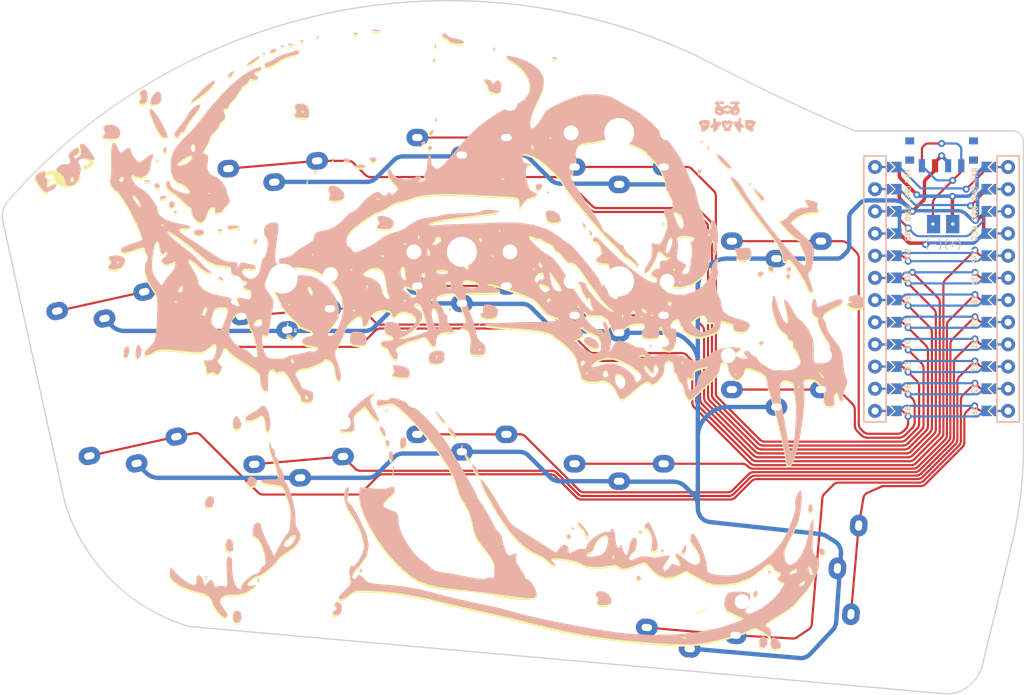
<source format=kicad_pcb>
(kicad_pcb (version 20211014) (generator pcbnew)
  (title_block (title "30") (date "2022-01-05") (rev "0.1") (company "<3"))
  (layers (0 "F.Cu" signal) (31 "B.Cu" signal) (34 "B.Paste" user) (35 "F.Paste" user) (36 "B.SilkS" user "B.Silkscreen") (37 "F.SilkS" user "F.Silkscreen") (38 "B.Mask" user) (39 "F.Mask" user) (44 "Edge.Cuts" user))
  (net 0 "")
  (net 1 "unconnected-(PSW1-Pad3)")
  (net 2 "switch1")
  (net 3 "switch2")
  (net 4 "switch3")
  (net 5 "switch4")
  (net 6 "switch5")
  (net 7 "switch6")
  (net 8 "switch7")
  (net 9 "switch8")
  (net 10 "switch9")
  (net 11 "switch10")
  (net 12 "switch11")
  (net 13 "switch12")
  (net 14 "switch13")
  (net 15 "switch14")
  (net 16 "switch15")
  (net 17 "unconnected-(U1-Pad22)")
  (net 18 "unconnected-(U1-Pad2)")
  (net 19 "unconnected-(U1-Pad1)")
  (net 20 "GND")
  (net 21 "VCC")
  (net 22 "Net-(BT1-Pad2)")
  (net 23 "raw")
  (net 24 "unconnected-(U1-Pad20)")
  (footprint "bugs:Choc_reversible" (layer "F.Cu") (at 37.044581 75.923728 12.5)
    (fp_text reference "SW1" hide)
    (fp_text value "SW_PUSH" hide)
  )
  (footprint "bugs:Choc_reversible" (layer "F.Cu") (at 57.23886 60.190585 5)
    (fp_text reference "SW2" hide)
    (fp_text value "SW_PUSH" hide)
  )
  (footprint "bugs:Choc_reversible" (layer "F.Cu") (at 79.23 57.058851)
    (fp_text reference "SW3" hide)
    (fp_text value "SW_PUSH" hide)
  )
  (footprint "bugs:Choc_reversible" (layer "F.Cu") (at 97.233086 60.427567)
    (fp_text reference "SW4" hide)
    (fp_text value "SW_PUSH" hide)
  )
  (footprint "bugs:Choc_reversible" (layer "F.Cu") (at 115.233089 68.92757)
    (fp_text reference "SW5" hide)
    (fp_text value "SW_PUSH" hide)
  )
  (footprint "bugs:Choc_reversible" (layer "F.Cu") (at 40.724057 92.520754 12.5)
    (fp_text reference "SW6" hide)
    (fp_text value "SW_PUSH" hide)
  )
  (footprint "bugs:Choc_reversible" (layer "F.Cu") (at 58.720502 77.125901 5)
    (fp_text reference "SW7" hide)
    (fp_text value "SW_PUSH" hide)
  )
  (footprint "bugs:Choc_reversible" (layer "F.Cu") (at 79.23 74.058851)
    (fp_text reference "SW8" hide)
    (fp_text value "SW_PUSH" hide)
  )
  (footprint "bugs:Choc_reversible" (layer "F.Cu") (at 97.233086 77.427564)
    (fp_text reference "SW9" hide)
    (fp_text value "SW_PUSH" hide)
  )
  (footprint "bugs:Choc_reversible" (layer "F.Cu") (at 115.233089 85.927569)
    (fp_text reference "SW10" hide)
    (fp_text value "SW_PUSH" hide)
  )
  (footprint "bugs:Choc_reversible" (layer "F.Cu") (at 60.20215 94.061209 5)
    (fp_text reference "SW11" hide)
    (fp_text value "SW_PUSH" hide)
  )
  (footprint "bugs:Choc_reversible" (layer "F.Cu") (at 79.23 91.058862)
    (fp_text reference "SW12" hide)
    (fp_text value "SW_PUSH" hide)
  )
  (footprint "bugs:Choc_reversible" (layer "F.Cu") (at 97.233086 94.427566)
    (fp_text reference "SW13" hide)
    (fp_text value "SW_PUSH" hide)
  )
  (footprint "bugs:Choc_reversible_15u" (layer "F.Cu") (at 105.823864 113.646178 -5)
    (fp_text reference "SW14" hide)
    (fp_text value "SW_PUSH" hide)
  )
  (footprint "bugs:Choc_reversible_15u" (layer "F.Cu") (at 128.09823 110.826597 -95)
    (fp_text reference "SW15" hide)
    (fp_text value "SW_PUSH" hide)
  )
  (footprint "bugs:Battery_pads_reversible" (layer "F.Cu") (at 134.323 70.866 180)
    (fp_text reference "BT1" hide)
    (fp_text value "Battery_Cell" hide)
  )
  (footprint "bugs:ProMicro_jumpers" (layer "F.Cu") (at 134.139009 78.304446)
    (fp_text reference "U1" hide)
    (fp_text value "ProMicro")
  )
  (footprint "LOGO" (layer "F.Cu") (at 80.650985 84.517057 -5)
    (fp_text reference "SKULL" hide)
    (fp_text value "LOGO" hide)
  )
  (footprint "bugs:Power_reversible" (layer "F.Cu") (at 134.147486 62.441256 180)
    (fp_text reference "PSW1" hide)
    (fp_text value "SW_SPDT")
  )
  (footprint "LOGO" (layer "B.Cu") (at 80.414636 84.247485 175)
    (fp_text reference "SKULLback" hide)
    (fp_text value "LOGO" hide)
  )
  (gr_arc (start 48.006 116.967) (mid 39.081428 111.63226) (end 33.766083 102.696123) (layer "Edge.Cuts") (width 0.15))
  (gr_line (start 33.766083 102.696123) (end 26.67 70.485) (layer "Edge.Cuts") (width 0.15))
  (gr_line (start 143.51 74.168) (end 143.51 97.409) (layer "Edge.Cuts") (width 0.15))
  (gr_line (start 134.874 124.714) (end 48.006 116.967) (layer "Edge.Cuts") (width 0.15))
  (gr_line (start 143.51 74.168) (end 143.51 61.468) (layer "Edge.Cuts") (width 0.15))
  (gr_arc (start 27.305 68.199) (mid 64.032337 46.692226) (end 106.299 51.689) (layer "Edge.Cuts") (width 0.15))
  (gr_arc (start 142.24 60.198) (mid 143.142513 60.565487) (end 143.51 61.468) (layer "Edge.Cuts") (width 0.15))
  (gr_line (start 138.811 121.412) (end 142.113 107.823) (layer "Edge.Cuts") (width 0.15))
  (gr_arc (start 138.811 121.412) (mid 137.371857 123.694157) (end 134.874 124.714) (layer "Edge.Cuts") (width 0.15))
  (gr_line (start 142.24 60.198) (end 124.206 60.198) (layer "Edge.Cuts") (width 0.15))
  (gr_arc (start 143.51 97.409) (mid 143.095211 102.654059) (end 142.113 107.823) (layer "Edge.Cuts") (width 0.15))
  (gr_arc (start 26.67 70.485) (mid 26.706783 69.264023) (end 27.305 68.199) (layer "Edge.Cuts") (width 0.15))
  (gr_arc (start 124.206 60.198) (mid 115.16741 56.12257) (end 106.299 51.689) (layer "Edge.Cuts") (width 0.15))
  (gr_text "<3\nファントマ" (at 109.474 58.674) (layer "B.SilkS") (effects (font (size 1.25 1.25) (thickness 0.3125)) (justify mirror)))
  (gr_text "<3\nファントマ" (at 109.727996 58.674002) (layer "B.SilkS") (effects (font (size 1.25 1.25) (thickness 0.3125))))
  (gr_text "  <3\nファントマ" (at 106.299 58.674001) (layer "F.SilkS") (effects (font (size 1.25 1.25) (thickness 0.3125)) (justify left)))
  (gr_text "  <3\nファントマ" (at 112.902996 58.674001) (layer "F.SilkS") (effects (font (size 1.25 1.25) (thickness 0.3125)) (justify left mirror)))
  (segment (start 131.897489 62.318221) (end 131.897489 64.191257) (width 0.25) (layer "F.Cu") (net 1))
  (segment (start 132.220901 61.787703) (end 132.043936 61.964667) (width 0.25) (layer "F.Cu") (net 1))
  (segment (start 134.147489 61.641258) (end 132.574454 61.641257) (width 0.25) (layer "F.Cu") (net 1))
  (via (at 134.147489 61.641258) (size 0.8) (drill 0.4) (layers "F.Cu" "B.Cu") (net 1))
  (arc (start 131.897489 62.318221) (mid 131.935549 62.126879) (end 132.043936 61.964667) (width 0.25) (layer "F.Cu") (net 1))
  (arc (start 132.574454 61.641257) (mid 132.383113 61.679317) (end 132.220901 61.787703) (width 0.25) (layer "F.Cu") (net 1))
  (segment (start 136.397488 62.30539) (end 136.397491 64.191258) (width 0.25) (layer "B.Cu") (net 1))
  (segment (start 136.086912 61.787707) (end 136.251043 61.95184) (width 0.25) (layer "B.Cu") (net 1))
  (segment (start 134.147489 61.641258) (end 135.733356 61.641258) (width 0.25) (layer "B.Cu") (net 1))
  (arc (start 136.397488 62.30539) (mid 136.359428 62.11405) (end 136.251043 61.95184) (width 0.25) (layer "B.Cu") (net 1))
  (arc (start 136.086912 61.787707) (mid 135.924699 61.679319) (end 135.733356 61.641258) (width 0.25) (layer "B.Cu") (net 1))
  (segment (start 134.151765 95.317575) (end 131.213094 98.256246) (width 0.25) (layer "F.Cu") (net 2))
  (segment (start 46.342869 78.62744) (end 42.867805 78.62744) (width 0.25) (layer "F.Cu") (net 2))
  (segment (start 67.131029 84.9376) (end 53.315771 84.9376) (width 0.25) (layer "F.Cu") (net 2))
  (segment (start 69.330906 83.069094) (end 67.696714 84.703286) (width 0.25) (layer "F.Cu") (net 2))
  (segment (start 105.374165 87.518683) (end 104.637636 86.782154) (width 0.25) (layer "F.Cu") (net 2))
  (segment (start 93.37329 86.313525) (end 90.128858 83.069093) (width 0.25) (layer "F.Cu") (net 2))
  (segment (start 42.867805 78.62744) (end 32.909586 80.835124) (width 0.25) (layer "F.Cu") (net 2))
  (segment (start 130.647409 98.49056) (end 112.787629 98.49056) (width 0.25) (layer "F.Cu") (net 2))
  (segment (start 52.750085 84.703285) (end 46.908554 78.861754) (width 0.25) (layer "F.Cu") (net 2))
  (segment (start 138.453559 74.347997) (end 137.965009 73.859446) (width 0.25) (layer "F.Cu") (net 2))
  (segment (start 89.563173 82.834779) (end 69.896592 82.834779) (width 0.25) (layer "F.Cu") (net 2))
  (segment (start 104.071951 86.54784) (end 93.938976 86.54784) (width 0.25) (layer "F.Cu") (net 2))
  (segment (start 138.965009 74.494444) (end 138.807113 74.494444) (width 0.25) (layer "F.Cu") (net 2))
  (segment (start 137.965009 73.859446) (end 134.587798 77.236657) (width 0.25) (layer "F.Cu") (net 2))
  (segment (start 112.221943 98.256245) (end 105.842794 91.877096) (width 0.25) (layer "F.Cu") (net 2))
  (segment (start 105.60848 91.311411) (end 105.60848 88.084369) (width 0.25) (layer "F.Cu") (net 2))
  (segment (start 134.353484 77.802342) (end 134.353484 94.984679) (width 0.25) (layer "F.Cu") (net 2))
  (via (at 137.965009 73.859446) (size 0.8) (drill 0.4) (layers "F.Cu" "B.Cu") (net 2))
  (arc (start 134.353484 94.984679) (mid 134.272262 95.163172) (end 134.151765 95.317575) (width 0.25) (layer "F.Cu") (net 2))
  (arc (start 105.842794 91.877096) (mid 105.669376 91.617557) (end 105.60848 91.311411) (width 0.25) (layer "F.Cu") (net 2))
  (arc (start 90.128858 83.069093) (mid 89.869319 82.895675) (end 89.563173 82.834779) (width 0.25) (layer "F.Cu") (net 2))
  (arc (start 46.908554 78.861754) (mid 46.649015 78.688336) (end 46.342869 78.62744) (width 0.25) (layer "F.Cu") (net 2))
  (arc (start 93.938976 86.54784) (mid 93.632829 86.486944) (end 93.37329 86.313525) (width 0.25) (layer "F.Cu") (net 2))
  (arc (start 67.696714 84.703286) (mid 67.437175 84.876704) (end 67.131029 84.9376) (width 0.25) (layer "F.Cu") (net 2))
  (arc (start 131.213094 98.256246) (mid 130.953555 98.429664) (end 130.647409 98.49056) (width 0.25) (layer "F.Cu") (net 2))
  (arc (start 104.637636 86.782154) (mid 104.378097 86.608736) (end 104.071951 86.54784) (width 0.25) (layer "F.Cu") (net 2))
  (arc (start 138.807113 74.494444) (mid 138.615771 74.456384) (end 138.453559 74.347997) (width 0.25) (layer "F.Cu") (net 2))
  (arc (start 105.60848 88.084369) (mid 105.547583 87.778222) (end 105.374165 87.518683) (width 0.25) (layer "F.Cu") (net 2))
  (arc (start 69.896592 82.834779) (mid 69.590445 82.895676) (end 69.330906 83.069094) (width 0.25) (layer "F.Cu") (net 2))
  (arc (start 134.587798 77.236657) (mid 134.41438 77.496196) (end 134.353484 77.802342) (width 0.25) (layer "F.Cu") (net 2))
  (arc (start 53.315771 84.9376) (mid 53.009624 84.876704) (end 52.750085 84.703285) (width 0.25) (layer "F.Cu") (net 2))
  (arc (start 112.787629 98.49056) (mid 112.481482 98.429664) (end 112.221943 98.256245) (width 0.25) (layer "F.Cu") (net 2))
  (segment (start 129.313009 74.494446) (end 129.484063 74.323392) (width 0.25) (layer "B.Cu") (net 2))
  (segment (start 137.793956 74.030499) (end 137.965009 73.859446) (width 0.25) (layer "B.Cu") (net 2))
  (segment (start 131.313009 74.176946) (end 137.440402 74.176946) (width 0.25) (layer "B.Cu") (net 2))
  (segment (start 129.837616 74.176946) (end 131.313009 74.176946) (width 0.25) (layer "B.Cu") (net 2))
  (arc (start 137.440402 74.176946) (mid 137.631744 74.138886) (end 137.793956 74.030499) (width 0.25) (layer "B.Cu") (net 2))
  (arc (start 129.837616 74.176946) (mid 129.646275 74.215006) (end 129.484063 74.323392) (width 0.25) (layer "B.Cu") (net 2))
  (segment (start 129.313008 82.114446) (end 129.470904 82.114446) (width 0.25) (layer "F.Cu") (net 3))
  (segment (start 129.824459 82.260893) (end 130.313007 82.749441) (width 0.25) (layer "F.Cu") (net 3))
  (segment (start 132.353685 94.572785) (end 130.468304 96.458166) (width 0.25) (layer "F.Cu") (net 3))
  (segment (start 68.193285 65.246885) (end 66.811964 63.865564) (width 0.25) (layer "F.Cu") (net 3))
  (segment (start 107.172245 70.673163) (end 106.220116 69.721034) (width 0.25) (layer "F.Cu") (net 3))
  (segment (start 107.40656 90.566623) (end 107.40656 71.238849) (width 0.25) (layer "F.Cu") (net 3))
  (segment (start 129.902619 96.69248) (end 113.532417 96.69248) (width 0.25) (layer "F.Cu") (net 3))
  (segment (start 66.246279 63.63125) (end 62.65936 63.63125) (width 0.25) (layer "F.Cu") (net 3))
  (segment (start 89.863311 65.4812) (end 68.758971 65.4812) (width 0.25) (layer "F.Cu") (net 3))
  (segment (start 112.966731 96.458165) (end 107.640874 91.132308) (width 0.25) (layer "F.Cu") (net 3))
  (segment (start 132.588 85.355805) (end 132.588 94.007099) (width 0.25) (layer "F.Cu") (net 3))
  (segment (start 93.965887 69.252405) (end 90.428996 65.715514) (width 0.25) (layer "F.Cu") (net 3))
  (segment (start 62.65936 63.63125) (end 52.498174 64.520239) (width 0.25) (layer "F.Cu") (net 3))
  (segment (start 105.654431 69.48672) (end 94.531573 69.48672) (width 0.25) (layer "F.Cu") (net 3))
  (segment (start 130.313007 82.749441) (end 132.353686 84.79012) (width 0.25) (layer "F.Cu") (net 3))
  (via (at 130.313007 82.749441) (size 0.8) (drill 0.4) (layers "F.Cu" "B.Cu") (net 3))
  (arc (start 68.758971 65.4812) (mid 68.452824 65.420303) (end 68.193285 65.246885) (width 0.25) (layer "F.Cu") (net 3))
  (arc (start 106.220116 69.721034) (mid 105.960577 69.547616) (end 105.654431 69.48672) (width 0.25) (layer "F.Cu") (net 3))
  (arc (start 132.353685 94.572785) (mid 132.527104 94.313246) (end 132.588 94.007099) (width 0.25) (layer "F.Cu") (net 3))
  (arc (start 94.531573 69.48672) (mid 94.225426 69.425823) (end 93.965887 69.252405) (width 0.25) (layer "F.Cu") (net 3))
  (arc (start 89.863311 65.4812) (mid 90.169457 65.542096) (end 90.428996 65.715514) (width 0.25) (layer "F.Cu") (net 3))
  (arc (start 66.246279 63.63125) (mid 66.552425 63.692146) (end 66.811964 63.865564) (width 0.25) (layer "F.Cu") (net 3))
  (arc (start 132.353686 84.79012) (mid 132.527104 85.049659) (end 132.588 85.355805) (width 0.25) (layer "F.Cu") (net 3))
  (arc (start 129.470904 82.114446) (mid 129.662247 82.152506) (end 129.824459 82.260893) (width 0.25) (layer "F.Cu") (net 3))
  (arc (start 130.468304 96.458166) (mid 130.208765 96.631584) (end 129.902619 96.69248) (width 0.25) (layer "F.Cu") (net 3))
  (arc (start 107.40656 90.566623) (mid 107.467456 90.872769) (end 107.640874 91.132308) (width 0.25) (layer "F.Cu") (net 3))
  (arc (start 113.532417 96.69248) (mid 113.22627 96.631583) (end 112.966731 96.458165) (width 0.25) (layer "F.Cu") (net 3))
  (arc (start 107.40656 71.238849) (mid 107.345663 70.932702) (end 107.172245 70.673163) (width 0.25) (layer "F.Cu") (net 3))
  (segment (start 138.476456 82.602997) (end 138.965008 82.114444) (width 0.25) (layer "B.Cu") (net 3))
  (segment (start 130.313007 82.749441) (end 138.122902 82.749444) (width 0.25) (layer "B.Cu") (net 3))
  (arc (start 138.476456 82.602997) (mid 138.314244 82.711384) (end 138.122902 82.749444) (width 0.25) (layer "B.Cu") (net 3))
  (segment (start 107.85608 90.380426) (end 107.85608 71.052651) (width 0.25) (layer "F.Cu") (net 4))
  (segment (start 94.152085 68.802885) (end 86.542365 61.193165) (width 0.25) (layer "F.Cu") (net 4))
  (segment (start 131.845685 94.445067) (end 130.282106 96.008646) (width 0.25) (layer "F.Cu") (net 4))
  (segment (start 129.716421 96.24296) (end 113.718614 96.24296) (width 0.25) (layer "F.Cu") (net 4))
  (segment (start 107.621765 70.486965) (end 106.406314 69.271514) (width 0.25) (layer "F.Cu") (net 4))
  (segment (start 130.313009 85.289444) (end 131.845686 86.822121) (width 0.25) (layer "F.Cu") (net 4))
  (segment (start 129.824454 84.800891) (end 130.313009 85.289444) (width 0.25) (layer "F.Cu") (net 4))
  (segment (start 85.97668 60.958851) (end 84.344393 60.958851) (width 0.25) (layer "F.Cu") (net 4))
  (segment (start 105.840629 69.0372) (end 94.717771 69.0372) (width 0.25) (layer "F.Cu") (net 4))
  (segment (start 84.344393 60.958851) (end 74.144393 60.958851) (width 0.25) (layer "F.Cu") (net 4))
  (segment (start 132.08 87.387806) (end 132.08 93.879381) (width 0.25) (layer "F.Cu") (net 4))
  (segment (start 113.152928 96.008645) (end 108.090394 90.946111) (width 0.25) (layer "F.Cu") (net 4))
  (segment (start 129.313008 84.654447) (end 129.470896 84.654445) (width 0.25) (layer "F.Cu") (net 4))
  (via (at 130.313009 85.289444) (size 0.8) (drill 0.4) (layers "F.Cu" "B.Cu") (net 4))
  (arc (start 113.152928 96.008645) (mid 113.412467 96.182064) (end 113.718614 96.24296) (width 0.25) (layer "F.Cu") (net 4))
  (arc (start 129.470896 84.654445) (mid 129.66224 84.692504) (end 129.824454 84.800891) (width 0.25) (layer "F.Cu") (net 4))
  (arc (start 132.08 87.387806) (mid 132.019104 87.08166) (end 131.845686 86.822121) (width 0.25) (layer "F.Cu") (net 4))
  (arc (start 131.845685 94.445067) (mid 132.019104 94.185528) (end 132.08 93.879381) (width 0.25) (layer "F.Cu") (net 4))
  (arc (start 105.840629 69.0372) (mid 106.146775 69.098096) (end 106.406314 69.271514) (width 0.25) (layer "F.Cu") (net 4))
  (arc (start 85.97668 60.958851) (mid 86.282826 61.019747) (end 86.542365 61.193165) (width 0.25) (layer "F.Cu") (net 4))
  (arc (start 130.282106 96.008646) (mid 130.022567 96.182064) (end 129.716421 96.24296) (width 0.25) (layer "F.Cu") (net 4))
  (arc (start 94.717771 69.0372) (mid 94.411624 68.976303) (end 94.152085 68.802885) (width 0.25) (layer "F.Cu") (net 4))
  (arc (start 107.621765 70.486965) (mid 107.795184 70.746504) (end 107.85608 71.052651) (width 0.25) (layer "F.Cu") (net 4))
  (arc (start 108.090394 90.946111) (mid 107.916976 90.686572) (end 107.85608 90.380426) (width 0.25) (layer "F.Cu") (net 4))
  (segment (start 138.476455 85.142998) (end 138.965007 84.654447) (width 0.25) (layer "B.Cu") (net 4))
  (segment (start 130.313009 85.289444) (end 138.122902 85.289444) (width 0.25) (layer "B.Cu") (net 4))
  (arc (start 138.476455 85.142998) (mid 138.314243 85.251384) (end 138.122902 85.289444) (width 0.25) (layer "B.Cu") (net 4))
  (segment (start 113.339125 95.559125) (end 108.539914 90.759914) (width 0.25) (layer "F.Cu") (net 5))
  (segment (start 108.3056 90.194229) (end 108.3056 67.641371) (width 0.25) (layer "F.Cu") (net 5))
  (segment (start 104.991796 64.327567) (end 102.333086 64.327567) (width 0.25) (layer "F.Cu") (net 5))
  (segment (start 131.572 89.419807) (end 131.572 93.751664) (width 0.25) (layer "F.Cu") (net 5))
  (segment (start 130.313007 87.829443) (end 131.337686 88.854122) (width 0.25) (layer "F.Cu") (net 5))
  (segment (start 129.313007 87.194443) (end 129.470902 87.194443) (width 0.25) (layer "F.Cu") (net 5))
  (segment (start 129.824454 87.34089) (end 130.313007 87.829443) (width 0.25) (layer "F.Cu") (net 5))
  (segment (start 131.337685 94.31735) (end 130.095909 95.559126) (width 0.25) (layer "F.Cu") (net 5))
  (segment (start 92.133086 64.327566) (end 102.33309 64.327569) (width 0.25) (layer "F.Cu") (net 5))
  (segment (start 108.071285 67.075685) (end 105.557481 64.561881) (width 0.25) (layer "F.Cu") (net 5))
  (segment (start 129.530224 95.79344) (end 113.904811 95.79344) (width 0.25) (layer "F.Cu") (net 5))
  (via (at 130.313007 87.829443) (size 0.8) (drill 0.4) (layers "F.Cu" "B.Cu") (net 5))
  (arc (start 108.3056 67.641371) (mid 108.244703 67.335224) (end 108.071285 67.075685) (width 0.25) (layer "F.Cu") (net 5))
  (arc (start 104.991796 64.327567) (mid 105.297942 64.388463) (end 105.557481 64.561881) (width 0.25) (layer "F.Cu") (net 5))
  (arc (start 113.904811 95.79344) (mid 113.598664 95.732543) (end 113.339125 95.559125) (width 0.25) (layer "F.Cu") (net 5))
  (arc (start 131.572 93.751664) (mid 131.511103 94.057811) (end 131.337685 94.31735) (width 0.25) (layer "F.Cu") (net 5))
  (arc (start 129.530224 95.79344) (mid 129.83637 95.732544) (end 130.095909 95.559126) (width 0.25) (layer "F.Cu") (net 5))
  (arc (start 108.539914 90.759914) (mid 108.366496 90.500375) (end 108.3056 90.194229) (width 0.25) (layer "F.Cu") (net 5))
  (arc (start 129.470902 87.194443) (mid 129.662243 87.232503) (end 129.824454 87.34089) (width 0.25) (layer "F.Cu") (net 5))
  (arc (start 131.572 89.419807) (mid 131.511104 89.113661) (end 131.337686 88.854122) (width 0.25) (layer "F.Cu") (net 5))
  (segment (start 130.313007 87.829443) (end 138.122901 87.829445) (width 0.25) (layer "B.Cu") (net 5))
  (segment (start 138.476454 87.682999) (end 138.965008 87.194447) (width 0.25) (layer "B.Cu") (net 5))
  (arc (start 138.122901 87.829445) (mid 138.314242 87.791385) (end 138.476454 87.682999) (width 0.25) (layer "B.Cu") (net 5))
  (segment (start 129.824454 92.420891) (end 130.313005 92.909447) (width 0.25) (layer "F.Cu") (net 6))
  (segment (start 130.313005 92.909447) (end 130.313005 93.656381) (width 0.25) (layer "F.Cu") (net 6))
  (segment (start 122.705356 72.82757) (end 120.333089 72.82757) (width 0.25) (layer "F.Cu") (net 6))
  (segment (start 129.313004 92.274443) (end 129.470899 92.274443) (width 0.25) (layer "F.Cu") (net 6))
  (segment (start 124.6632 93.718186) (end 124.6632 74.785414) (width 0.25) (layer "F.Cu") (net 6))
  (segment (start 120.33309 72.82757) (end 120.333092 72.827572) (width 0.25) (layer "F.Cu") (net 6))
  (segment (start 129.074986 94.8944) (end 125.839414 94.8944) (width 0.25) (layer "F.Cu") (net 6))
  (segment (start 130.020112 94.363488) (end 129.782093 94.601507) (width 0.25) (layer "F.Cu") (net 6))
  (segment (start 110.133089 72.82757) (end 120.333092 72.827572) (width 0.25) (layer "F.Cu") (net 6))
  (segment (start 125.132307 94.601507) (end 124.956093 94.425293) (width 0.25) (layer "F.Cu") (net 6))
  (segment (start 120.333089 72.82757) (end 120.33309 72.82757) (width 0.25) (layer "F.Cu") (net 6))
  (segment (start 124.370307 74.078307) (end 123.412463 73.120463) (width 0.25) (layer "F.Cu") (net 6))
  (via (at 130.313005 92.909447) (size 0.8) (drill 0.4) (layers "F.Cu" "B.Cu") (net 6))
  (arc (start 130.020112 94.363488) (mid 130.236885 94.039065) (end 130.313005 93.656381) (width 0.25) (layer "F.Cu") (net 6))
  (arc (start 124.956093 94.425293) (mid 124.73932 94.10087) (end 124.6632 93.718186) (width 0.25) (layer "F.Cu") (net 6))
  (arc (start 129.782093 94.601507) (mid 129.45767 94.81828) (end 129.074986 94.8944) (width 0.25) (layer "F.Cu") (net 6))
  (arc (start 123.412463 73.120463) (mid 123.08804 72.90369) (end 122.705356 72.82757) (width 0.25) (layer "F.Cu") (net 6))
  (arc (start 125.132307 94.601507) (mid 125.45673 94.81828) (end 125.839414 94.8944) (width 0.25) (layer "F.Cu") (net 6))
  (arc (start 124.370307 74.078307) (mid 124.58708 74.40273) (end 124.6632 74.785414) (width 0.25) (layer "F.Cu") (net 6))
  (arc (start 129.824454 92.420891) (mid 129.662242 92.312503) (end 129.470899 92.274443) (width 0.25) (layer "F.Cu") (net 6))
  (segment (start 130.313005 92.909447) (end 138.122898 92.909446) (width 0.25) (layer "B.Cu") (net 6))
  (segment (start 138.476451 92.763) (end 138.965006 92.274446) (width 0.25) (layer "B.Cu") (net 6))
  (arc (start 138.122898 92.909446) (mid 138.314239 92.871386) (end 138.476451 92.763) (width 0.25) (layer "B.Cu") (net 6))
  (segment (start 137.965007 86.559444) (end 136.185875 88.338576) (width 0.25) (layer "F.Cu") (net 7))
  (segment (start 131.399007 100.08864) (end 112.954743 100.08864) (width 0.25) (layer "F.Cu") (net 7))
  (segment (start 92.348403 102.184409) (end 89.93208 99.768086) (width 0.25) (layer "F.Cu") (net 7))
  (segment (start 46.547281 95.224466) (end 36.589062 97.43215) (width 0.25) (layer "F.Cu") (net 7))
  (segment (start 135.951561 88.904261) (end 135.951561 95.536086) (width 0.25) (layer "F.Cu") (net 7))
  (segment (start 67.564 101.854) (end 56.465371 101.854) (width 0.25) (layer "F.Cu") (net 7))
  (segment (start 69.615685 99.768086) (end 67.564 101.819771) (width 0.25) (layer "F.Cu") (net 7))
  (segment (start 112.389057 100.322955) (end 110.527602 102.18441) (width 0.25) (layer "F.Cu") (net 7))
  (segment (start 138.453561 87.048) (end 137.965007 86.559444) (width 0.25) (layer "F.Cu") (net 7))
  (segment (start 55.899685 101.619685) (end 49.322982 95.042982) (width 0.25) (layer "F.Cu") (net 7))
  (segment (start 48.604213 94.823451) (end 46.547281 95.224466) (width 0.25) (layer "F.Cu") (net 7))
  (segment (start 109.961917 102.418724) (end 92.914089 102.418724) (width 0.25) (layer "F.Cu") (net 7))
  (segment (start 67.564 101.819771) (end 67.564 101.854) (width 0.25) (layer "F.Cu") (net 7))
  (segment (start 138.965008 87.194447) (end 138.807114 87.194447) (width 0.25) (layer "F.Cu") (net 7))
  (segment (start 135.717246 96.101772) (end 131.964692 99.854326) (width 0.25) (layer "F.Cu") (net 7))
  (segment (start 89.366395 99.533772) (end 70.181371 99.533771) (width 0.25) (layer "F.Cu") (net 7))
  (via (at 137.965007 86.559444) (size 0.8) (drill 0.4) (layers "F.Cu" "B.Cu") (net 7))
  (arc (start 136.185875 88.338576) (mid 136.012457 88.598115) (end 135.951561 88.904261) (width 0.25) (layer "F.Cu") (net 7))
  (arc (start 70.181371 99.533771) (mid 69.875224 99.594668) (end 69.615685 99.768086) (width 0.25) (layer "F.Cu") (net 7))
  (arc (start 131.964692 99.854326) (mid 131.705153 100.027744) (end 131.399007 100.08864) (width 0.25) (layer "F.Cu") (net 7))
  (arc (start 48.604213 94.823451) (mid 48.990981 94.843559) (end 49.322982 95.042982) (width 0.25) (layer "F.Cu") (net 7))
  (arc (start 92.914089 102.418724) (mid 92.607942 102.357827) (end 92.348403 102.184409) (width 0.25) (layer "F.Cu") (net 7))
  (arc (start 109.961917 102.418724) (mid 110.268063 102.357828) (end 110.527602 102.18441) (width 0.25) (layer "F.Cu") (net 7))
  (arc (start 56.465371 101.854) (mid 56.159224 101.793103) (end 55.899685 101.619685) (width 0.25) (layer "F.Cu") (net 7))
  (arc (start 138.807114 87.194447) (mid 138.615772 87.156386) (end 138.453561 87.048) (width 0.25) (layer "F.Cu") (net 7))
  (arc (start 135.951561 95.536086) (mid 135.890665 95.842233) (end 135.717246 96.101772) (width 0.25) (layer "F.Cu") (net 7))
  (arc (start 89.93208 99.768086) (mid 89.672541 99.594668) (end 89.366395 99.533772) (width 0.25) (layer "F.Cu") (net 7))
  (arc (start 112.954743 100.08864) (mid 112.648596 100.149537) (end 112.389057 100.322955) (width 0.25) (layer "F.Cu") (net 7))
  (segment (start 129.80156 86.705891) (end 129.313007 87.194443) (width 0.25) (layer "B.Cu") (net 7))
  (segment (start 137.965007 86.559444) (end 130.155113 86.559445) (width 0.25) (layer "B.Cu") (net 7))
  (arc (start 129.80156 86.705891) (mid 129.963772 86.597505) (end 130.155113 86.559445) (width 0.25) (layer "B.Cu") (net 7))
  (segment (start 89.74937 82.385259) (end 69.91503 82.385259) (width 0.25) (layer "F.Cu") (net 8))
  (segment (start 138.453558 76.887996) (end 137.965009 76.399444) (width 0.25) (layer "F.Cu") (net 8))
  (segment (start 104.258148 86.09832) (end 94.125174 86.09832) (width 0.25) (layer "F.Cu") (net 8))
  (segment (start 69.349344 82.150944) (end 67.99928 80.80088) (width 0.25) (layer "F.Cu") (net 8))
  (segment (start 133.93656 79.854368) (end 133.93656 94.565691) (width 0.25) (layer "F.Cu") (net 8))
  (segment (start 67.433595 80.566566) (end 64.141002 80.566566) (width 0.25) (layer "F.Cu") (net 8))
  (segment (start 105.823685 87.332486) (end 104.823833 86.332634) (width 0.25) (layer "F.Cu") (net 8))
  (segment (start 93.559489 85.864006) (end 90.315055 82.619573) (width 0.25) (layer "F.Cu") (net 8))
  (segment (start 138.965008 77.034444) (end 138.807114 77.034444) (width 0.25) (layer "F.Cu") (net 8))
  (segment (start 130.461211 98.04104) (end 112.973824 98.04104) (width 0.25) (layer "F.Cu") (net 8))
  (segment (start 133.702245 95.131377) (end 131.026896 97.806726) (width 0.25) (layer "F.Cu") (net 8))
  (segment (start 112.408138 97.806725) (end 106.292314 91.690899) (width 0.25) (layer "F.Cu") (net 8))
  (segment (start 130.813009 76.399446) (end 133.702246 79.288683) (width 0.25) (layer "F.Cu") (net 8))
  (segment (start 106.058 91.125214) (end 106.058 87.898172) (width 0.25) (layer "F.Cu") (net 8))
  (segment (start 64.141002 80.566566) (end 53.979816 81.455555) (width 0.25) (layer "F.Cu") (net 8))
  (via (at 137.965009 76.399444) (size 0.8) (drill 0.4) (layers "F.Cu" "B.Cu") (net 8))
  (via (at 130.813009 76.399446) (size 0.8) (drill 0.4) (layers "F.Cu" "B.Cu") (net 8))
  (arc (start 67.99928 80.80088) (mid 67.739741 80.627462) (end 67.433595 80.566566) (width 0.25) (layer "F.Cu") (net 8))
  (arc (start 69.349344 82.150944) (mid 69.608883 82.324363) (end 69.91503 82.385259) (width 0.25) (layer "F.Cu") (net 8))
  (arc (start 133.702245 95.131377) (mid 133.875664 94.871838) (end 133.93656 94.565691) (width 0.25) (layer "F.Cu") (net 8))
  (arc (start 133.93656 79.854368) (mid 133.875664 79.548222) (end 133.702246 79.288683) (width 0.25) (layer "F.Cu") (net 8))
  (arc (start 131.026896 97.806726) (mid 130.767357 97.980144) (end 130.461211 98.04104) (width 0.25) (layer "F.Cu") (net 8))
  (arc (start 89.74937 82.385259) (mid 90.055516 82.446155) (end 90.315055 82.619573) (width 0.25) (layer "F.Cu") (net 8))
  (arc (start 138.807114 77.034444) (mid 138.615771 76.996384) (end 138.453558 76.887996) (width 0.25) (layer "F.Cu") (net 8))
  (arc (start 106.058 91.125214) (mid 106.118896 91.43136) (end 106.292314 91.690899) (width 0.25) (layer "F.Cu") (net 8))
  (arc (start 105.823685 87.332486) (mid 105.997104 87.592025) (end 106.058 87.898172) (width 0.25) (layer "F.Cu") (net 8))
  (arc (start 94.125174 86.09832) (mid 93.819028 86.037424) (end 93.559489 85.864006) (width 0.25) (layer "F.Cu") (net 8))
  (arc (start 104.823833 86.332634) (mid 104.564294 86.159216) (end 104.258148 86.09832) (width 0.25) (layer "F.Cu") (net 8))
  (arc (start 112.408138 97.806725) (mid 112.667677 97.980144) (end 112.973824 98.04104) (width 0.25) (layer "F.Cu") (net 8))
  (segment (start 130.813009 76.399446) (end 130.155116 76.399446) (width 0.25) (layer "B.Cu") (net 8))
  (segment (start 130.813011 76.399444) (end 130.813009 76.399446) (width 0.25) (layer "B.Cu") (net 8))
  (segment (start 137.965009 76.399444) (end 130.813011 76.399444) (width 0.25) (layer "B.Cu") (net 8))
  (segment (start 129.801562 76.545893) (end 129.313009 77.034446) (width 0.25) (layer "B.Cu") (net 8))
  (arc (start 130.155116 76.399446) (mid 129.963774 76.437506) (end 129.801562 76.545893) (width 0.25) (layer "B.Cu") (net 8))
  (segment (start 93.745685 85.414485) (end 86.524365 78.193165) (width 0.25) (layer "F.Cu") (net 9))
  (segment (start 129.313008 77.034445) (end 129.4709 77.034445) (width 0.25) (layer "F.Cu") (net 9))
  (segment (start 129.824456 77.180893) (end 130.313006 77.669446) (width 0.25) (layer "F.Cu") (net 9))
  (segment (start 130.313006 77.669446) (end 133.252726 80.609166) (width 0.25) (layer "F.Cu") (net 9))
  (segment (start 106.273205 87.212701) (end 104.943618 85.883114) (width 0.25) (layer "F.Cu") (net 9))
  (segment (start 133.48704 81.174851) (end 133.48704 94.379494) (width 0.25) (layer "F.Cu") (net 9))
  (segment (start 104.377933 85.6488) (end 94.311371 85.6488) (width 0.25) (layer "F.Cu") (net 9))
  (segment (start 112.594336 97.357205) (end 106.741834 91.504702) (width 0.25) (layer "F.Cu") (net 9))
  (segment (start 130.275014 97.59152) (end 113.160022 97.59152) (width 0.25) (layer "F.Cu") (net 9))
  (segment (start 84.344389 77.958851) (end 74.144389 77.958851) (width 0.25) (layer "F.Cu") (net 9))
  (segment (start 133.252725 94.94518) (end 130.840699 97.357206) (width 0.25) (layer "F.Cu") (net 9))
  (segment (start 106.50752 90.939017) (end 106.50752 87.778387) (width 0.25) (layer "F.Cu") (net 9))
  (segment (start 85.95868 77.958851) (end 84.344389 77.958851) (width 0.25) (layer "F.Cu") (net 9))
  (via (at 130.313006 77.669446) (size 0.8) (drill 0.4) (layers "F.Cu" "B.Cu") (net 9))
  (arc (start 106.741834 91.504702) (mid 106.568416 91.245163) (end 106.50752 90.939017) (width 0.25) (layer "F.Cu") (net 9))
  (arc (start 133.252725 94.94518) (mid 133.426144 94.685641) (end 133.48704 94.379494) (width 0.25) (layer "F.Cu") (net 9))
  (arc (start 85.95868 77.958851) (mid 86.264826 78.019747) (end 86.524365 78.193165) (width 0.25) (layer "F.Cu") (net 9))
  (arc (start 133.48704 81.174851) (mid 133.426144 80.868705) (end 133.252726 80.609166) (width 0.25) (layer "F.Cu") (net 9))
  (arc (start 129.4709 77.034445) (mid 129.662243 77.072505) (end 129.824456 77.180893) (width 0.25) (layer "F.Cu") (net 9))
  (arc (start 94.311371 85.6488) (mid 94.005224 85.587903) (end 93.745685 85.414485) (width 0.25) (layer "F.Cu") (net 9))
  (arc (start 104.943618 85.883114) (mid 104.684079 85.709696) (end 104.377933 85.6488) (width 0.25) (layer "F.Cu") (net 9))
  (arc (start 113.160022 97.59152) (mid 112.853875 97.530623) (end 112.594336 97.357205) (width 0.25) (layer "F.Cu") (net 9))
  (arc (start 130.840699 97.357206) (mid 130.58116 97.530624) (end 130.275014 97.59152) (width 0.25) (layer "F.Cu") (net 9))
  (arc (start 106.273205 87.212701) (mid 106.446624 87.47224) (end 106.50752 87.778387) (width 0.25) (layer "F.Cu") (net 9))
  (segment (start 130.313006 77.669446) (end 138.122899 77.669446) (width 0.25) (layer "B.Cu") (net 9))
  (segment (start 138.476453 77.522999) (end 138.965008 77.034444) (width 0.25) (layer "B.Cu") (net 9))
  (arc (start 138.122899 77.669446) (mid 138.314241 77.631386) (end 138.476453 77.522999) (width 0.25) (layer "B.Cu") (net 9))
  (segment (start 129.824454 79.720891) (end 130.313007 80.209443) (width 0.25) (layer "F.Cu") (net 10))
  (segment (start 105.200033 81.327564) (end 102.333093 81.327564) (width 0.25) (layer "F.Cu") (net 10))
  (segment (start 106.722725 82.518885) (end 105.765718 81.561878) (width 0.25) (layer "F.Cu") (net 10))
  (segment (start 112.780534 96.907685) (end 107.191354 91.318505) (width 0.25) (layer "F.Cu") (net 10))
  (segment (start 133.03752 94.08928) (end 133.03752 94.193297) (width 0.25) (layer "F.Cu") (net 10))
  (segment (start 133.03752 85.210632) (end 133.03752 94.08928) (width 0.25) (layer "F.Cu") (net 10))
  (segment (start 130.088817 97.142) (end 113.34622 97.142) (width 0.25) (layer "F.Cu") (net 10))
  (segment (start 106.95704 90.75282) (end 106.95704 83.084571) (width 0.25) (layer "F.Cu") (net 10))
  (segment (start 130.313007 80.209443) (end 132.803206 82.699642) (width 0.25) (layer "F.Cu") (net 10))
  (segment (start 132.803205 94.758983) (end 130.654502 96.907686) (width 0.25) (layer "F.Cu") (net 10))
  (segment (start 133.03752 83.265327) (end 133.03752 85.210632) (width 0.25) (layer "F.Cu") (net 10))
  (segment (start 129.313006 79.574444) (end 129.470902 79.574444) (width 0.25) (layer "F.Cu") (net 10))
  (segment (start 92.133084 81.327568) (end 102.333101 81.32757) (width 0.25) (layer "F.Cu") (net 10))
  (via (at 130.313007 80.209443) (size 0.8) (drill 0.4) (layers "F.Cu" "B.Cu") (net 10))
  (arc (start 112.780534 96.907685) (mid 113.040073 97.081104) (end 113.34622 97.142) (width 0.25) (layer "F.Cu") (net 10))
  (arc (start 130.088817 97.142) (mid 130.394963 97.081104) (end 130.654502 96.907686) (width 0.25) (layer "F.Cu") (net 10))
  (arc (start 129.470902 79.574444) (mid 129.662243 79.612504) (end 129.824454 79.720891) (width 0.25) (layer "F.Cu") (net 10))
  (arc (start 106.95704 83.084571) (mid 106.896143 82.778424) (end 106.722725 82.518885) (width 0.25) (layer "F.Cu") (net 10))
  (arc (start 133.03752 94.193297) (mid 132.976623 94.499444) (end 132.803205 94.758983) (width 0.25) (layer "F.Cu") (net 10))
  (arc (start 105.200033 81.327564) (mid 105.506179 81.38846) (end 105.765718 81.561878) (width 0.25) (layer "F.Cu") (net 10))
  (arc (start 133.03752 83.265327) (mid 132.976624 82.959181) (end 132.803206 82.699642) (width 0.25) (layer "F.Cu") (net 10))
  (arc (start 107.191354 91.318505) (mid 107.017936 91.058966) (end 106.95704 90.75282) (width 0.25) (layer "F.Cu") (net 10))
  (segment (start 138.476455 80.062999) (end 138.965007 79.574444) (width 0.25) (layer "B.Cu") (net 10))
  (segment (start 130.313007 80.209443) (end 138.1229 80.209447) (width 0.25) (layer "B.Cu") (net 10))
  (arc (start 138.1229 80.209447) (mid 138.314243 80.171386) (end 138.476455 80.062999) (width 0.25) (layer "B.Cu") (net 10))
  (segment (start 123.920787 91.451907) (end 122.589342 90.120462) (width 0.25) (layer "F.Cu") (net 11))
  (segment (start 130.313008 90.369445) (end 130.771107 90.827544) (width 0.25) (layer "F.Cu") (net 11))
  (segment (start 110.133096 89.827567) (end 120.33309 89.827568) (width 0.25) (layer "F.Cu") (net 11))
  (segment (start 131.064 91.534651) (end 131.064 93.541104) (width 0.25) (layer "F.Cu") (net 11))
  (segment (start 130.771107 94.248211) (end 129.96829 95.051027) (width 0.25) (layer "F.Cu") (net 11))
  (segment (start 129.261184 95.34392) (end 125.653217 95.34392) (width 0.25) (layer "F.Cu") (net 11))
  (segment (start 124.94611 95.051027) (end 124.506573 94.61149) (width 0.25) (layer "F.Cu") (net 11))
  (segment (start 124.21368 93.904383) (end 124.21368 92.159014) (width 0.25) (layer "F.Cu") (net 11))
  (segment (start 129.313009 89.734443) (end 129.470902 89.734443) (width 0.25) (layer "F.Cu") (net 11))
  (segment (start 121.882235 89.827569) (end 120.333093 89.827569) (width 0.25) (layer "F.Cu") (net 11))
  (segment (start 129.824455 89.88089) (end 130.313008 90.369445) (width 0.25) (layer "F.Cu") (net 11))
  (via (at 130.313008 90.369445) (size 0.8) (drill 0.4) (layers "F.Cu" "B.Cu") (net 11))
  (arc (start 122.589342 90.120462) (mid 122.264919 89.903689) (end 121.882235 89.827569) (width 0.25) (layer "F.Cu") (net 11))
  (arc (start 129.470902 89.734443) (mid 129.662244 89.772504) (end 129.824455 89.88089) (width 0.25) (layer "F.Cu") (net 11))
  (arc (start 129.261184 95.34392) (mid 129.643867 95.2678) (end 129.96829 95.051027) (width 0.25) (layer "F.Cu") (net 11))
  (arc (start 124.21368 92.159014) (mid 124.13756 91.776331) (end 123.920787 91.451907) (width 0.25) (layer "F.Cu") (net 11))
  (arc (start 125.653217 95.34392) (mid 125.270534 95.2678) (end 124.94611 95.051027) (width 0.25) (layer "F.Cu") (net 11))
  (arc (start 124.21368 93.904383) (mid 124.2898 94.287066) (end 124.506573 94.61149) (width 0.25) (layer "F.Cu") (net 11))
  (arc (start 130.771107 90.827544) (mid 130.98788 91.151967) (end 131.064 91.534651) (width 0.25) (layer "F.Cu") (net 11))
  (arc (start 131.064 93.541104) (mid 130.98788 93.923787) (end 130.771107 94.248211) (width 0.25) (layer "F.Cu") (net 11))
  (segment (start 130.313008 90.369445) (end 138.122901 90.369448) (width 0.25) (layer "B.Cu") (net 11))
  (segment (start 138.476456 90.223) (end 138.965009 89.734442) (width 0.25) (layer "B.Cu") (net 11))
  (arc (start 138.122901 90.369448) (mid 138.314244 90.331387) (end 138.476456 90.223) (width 0.25) (layer "B.Cu") (net 11))
  (segment (start 135.552044 86.763778) (end 135.552043 95.3706) (width 0.25) (layer "F.Cu") (net 12))
  (segment (start 131.466398 99.656814) (end 131.312154 99.687495) (width 0.25) (layer "F.Cu") (net 12))
  (segment (start 135.372181 95.879533) (end 135.317728 95.936284) (width 0.25) (layer "F.Cu") (net 12))
  (segment (start 109.79643 102.019205) (end 93.079576 102.019205) (width 0.25) (layer "F.Cu") (net 12))
  (segment (start 112.223571 99.923435) (end 110.362115 101.784891) (width 0.25) (layer "F.Cu") (net 12))
  (segment (start 89.531881 99.134252) (end 67.586399 99.134252) (width 0.25) (layer "F.Cu") (net 12))
  (segment (start 137.965005 84.019446) (end 135.786358 86.198093) (width 0.25) (layer "F.Cu") (net 12))
  (segment (start 92.51389 101.78489) (end 90.097566 99.368566) (width 0.25) (layer "F.Cu") (net 12))
  (segment (start 138.453561 84.508) (end 137.965005 84.019446) (width 0.25) (layer "F.Cu") (net 12))
  (segment (start 131.233521 99.68912) (end 112.789257 99.68912) (width 0.25) (layer "F.Cu") (net 12))
  (segment (start 135.552043 95.3706) (end 135.550418 95.449233) (width 0.25) (layer "F.Cu") (net 12))
  (segment (start 135.553669 86.685145) (end 135.552044 86.763778) (width 0.25) (layer "F.Cu") (net 12))
  (segment (start 67.020713 98.899937) (end 65.62265 97.501874) (width 0.25) (layer "F.Cu") (net 12))
  (segment (start 131.312154 99.687495) (end 131.233521 99.68912) (width 0.25) (layer "F.Cu") (net 12))
  (segment (start 131.742455 99.509259) (end 131.611693 99.596631) (width 0.25) (layer "F.Cu") (net 12))
  (segment (start 135.786358 86.198093) (end 135.731905 86.254844) (width 0.25) (layer "F.Cu") (net 12))
  (segment (start 131.611693 99.596631) (end 131.466398 99.656814) (width 0.25) (layer "F.Cu") (net 12))
  (segment (start 135.731905 86.254844) (end 135.644533 86.385606) (width 0.25) (layer "F.Cu") (net 12))
  (segment (start 135.317728 95.936284) (end 131.799206 99.454806) (width 0.25) (layer "F.Cu") (net 12))
  (segment (start 135.519736 95.603477) (end 135.459553 95.748771) (width 0.25) (layer "F.Cu") (net 12))
  (segment (start 65.62265 97.501874) (end 55.461464 98.390863) (width 0.25) (layer "F.Cu") (net 12))
  (segment (start 135.459553 95.748771) (end 135.372181 95.879533) (width 0.25) (layer "F.Cu") (net 12))
  (segment (start 131.799206 99.454806) (end 131.742455 99.509259) (width 0.25) (layer "F.Cu") (net 12))
  (segment (start 135.58435 86.530901) (end 135.553669 86.685145) (width 0.25) (layer "F.Cu") (net 12))
  (segment (start 135.644533 86.385606) (end 135.58435 86.530901) (width 0.25) (layer "F.Cu") (net 12))
  (segment (start 138.965007 84.654447) (end 138.80711 84.654446) (width 0.25) (layer "F.Cu") (net 12))
  (segment (start 135.550418 95.449233) (end 135.519736 95.603477) (width 0.25) (layer "F.Cu") (net 12))
  (via (at 137.965005 84.019446) (size 0.8) (drill 0.4) (layers "F.Cu" "B.Cu") (net 12))
  (arc (start 112.223571 99.923435) (mid 112.48311 99.750016) (end 112.789257 99.68912) (width 0.25) (layer "F.Cu") (net 12))
  (arc (start 109.79643 102.019205) (mid 110.102576 101.958309) (end 110.362115 101.784891) (width 0.25) (layer "F.Cu") (net 12))
  (arc (start 67.020713 98.899937) (mid 67.280252 99.073356) (end 67.586399 99.134252) (width 0.25) (layer "F.Cu") (net 12))
  (arc (start 89.531881 99.134252) (mid 89.838027 99.195148) (end 90.097566 99.368566) (width 0.25) (layer "F.Cu") (net 12))
  (arc (start 92.51389 101.78489) (mid 92.773429 101.958309) (end 93.079576 102.019205) (width 0.25) (layer "F.Cu") (net 12))
  (arc (start 138.80711 84.654446) (mid 138.615771 84.616385) (end 138.453561 84.508) (width 0.25) (layer "F.Cu") (net 12))
  (segment (start 129.80156 84.165893) (end 129.313008 84.654447) (width 0.25) (layer "B.Cu") (net 12))
  (segment (start 137.965005 84.019446) (end 130.155114 84.019446) (width 0.25) (layer "B.Cu") (net 12))
  (arc (start 129.80156 84.165893) (mid 129.963772 84.057506) (end 130.155114 84.019446) (width 0.25) (layer "B.Cu") (net 12))
  (segment (start 131.068036 99.289599) (end 112.623772 99.289599) (width 0.25) (layer "F.Cu") (net 13))
  (segment (start 134.918208 95.770798) (end 131.633721 99.055285) (width 0.25) (layer "F.Cu") (net 13))
  (segment (start 112.058086 99.523914) (end 110.214228 101.367772) (width 0.25) (layer "F.Cu") (net 13))
  (segment (start 92.661777 101.367771) (end 86.487182 95.193176) (width 0.25) (layer "F.Cu") (net 13))
  (segment (start 138.965008 82.114444) (end 138.807116 82.114444) (width 0.25) (layer "F.Cu") (net 13))
  (segment (start 138.453563 81.967998) (end 137.965011 81.479447) (width 0.25) (layer "F.Cu") (net 13))
  (segment (start 137.965011 81.479447) (end 135.386838 84.05762) (width 0.25) (layer "F.Cu") (net 13))
  (segment (start 85.921497 94.958862) (end 84.344382 94.958862) (width 0.25) (layer "F.Cu") (net 13))
  (segment (start 109.648543 101.602086) (end 93.227463 101.602086) (width 0.25) (layer "F.Cu") (net 13))
  (segment (start 84.344382 94.958862) (end 74.144382 94.958862) (width 0.25) (layer "F.Cu") (net 13))
  (segment (start 135.152524 84.623305) (end 135.152524 94.336476) (width 0.25) (layer "F.Cu") (net 13))
  (segment (start 135.152524 94.336476) (end 135.152523 95.205113) (width 0.25) (layer "F.Cu") (net 13))
  (via (at 137.965011 81.479447) (size 0.8) (drill 0.4) (layers "F.Cu" "B.Cu") (net 13))
  (arc (start 135.386838 84.05762) (mid 135.21342 84.317159) (end 135.152524 84.623305) (width 0.25) (layer "F.Cu") (net 13))
  (arc (start 93.227463 101.602086) (mid 92.921316 101.541189) (end 92.661777 101.367771) (width 0.25) (layer "F.Cu") (net 13))
  (arc (start 112.058086 99.523914) (mid 112.317625 99.350495) (end 112.623772 99.289599) (width 0.25) (layer "F.Cu") (net 13))
  (arc (start 135.152523 95.205113) (mid 135.091626 95.51126) (end 134.918208 95.770798) (width 0.25) (layer "F.Cu") (net 13))
  (arc (start 138.807116 82.114444) (mid 138.615775 82.076384) (end 138.453563 81.967998) (width 0.25) (layer "F.Cu") (net 13))
  (arc (start 131.633721 99.055285) (mid 131.374182 99.228703) (end 131.068036 99.289599) (width 0.25) (layer "F.Cu") (net 13))
  (arc (start 86.487182 95.193176) (mid 86.227643 95.019758) (end 85.921497 94.958862) (width 0.25) (layer "F.Cu") (net 13))
  (arc (start 110.214228 101.367772) (mid 109.954689 101.54119) (end 109.648543 101.602086) (width 0.25) (layer "F.Cu") (net 13))
  (segment (start 129.801562 81.625893) (end 129.313006 82.114447) (width 0.25) (layer "B.Cu") (net 13))
  (segment (start 137.965011 81.479447) (end 130.155115 81.479447) (width 0.25) (layer "B.Cu") (net 13))
  (arc (start 129.801562 81.625893) (mid 129.963774 81.517507) (end 130.155115 81.479447) (width 0.25) (layer "B.Cu") (net 13))
  (segment (start 111.990765 98.655765) (end 111.89688 98.56188) (width 0.25) (layer "F.Cu") (net 14))
  (segment (start 138.45356 79.427998) (end 137.965007 78.939446) (width 0.25) (layer "F.Cu") (net 14))
  (segment (start 92.133086 98.327574) (end 102.333085 98.327565) (width 0.25) (layer "F.Cu") (net 14))
  (segment (start 134.753004 82.48282) (end 134.753004 95.039625) (width 0.25) (layer "F.Cu") (net 14))
  (segment (start 137.965007 78.939446) (end 134.987318 81.917135) (width 0.25) (layer "F.Cu") (net 14))
  (segment (start 134.518689 95.605311) (end 131.468234 98.655766) (width 0.25) (layer "F.Cu") (net 14))
  (segment (start 111.331195 98.327566) (end 102.333093 98.327566) (width 0.25) (layer "F.Cu") (net 14))
  (segment (start 138.965007 79.574444) (end 138.807114 79.574444) (width 0.25) (layer "F.Cu") (net 14))
  (segment (start 130.902549 98.89008) (end 112.556451 98.89008) (width 0.25) (layer "F.Cu") (net 14))
  (via (at 137.965007 78.939446) (size 0.8) (drill 0.4) (layers "F.Cu" "B.Cu") (net 14))
  (arc (start 111.89688 98.56188) (mid 111.637341 98.388462) (end 111.331195 98.327566) (width 0.25) (layer "F.Cu") (net 14))
  (arc (start 134.987318 81.917135) (mid 134.8139 82.176674) (end 134.753004 82.48282) (width 0.25) (layer "F.Cu") (net 14))
  (arc (start 138.45356 79.427998) (mid 138.615772 79.536384) (end 138.807114 79.574444) (width 0.25) (layer "F.Cu") (net 14))
  (arc (start 131.468234 98.655766) (mid 131.208695 98.829184) (end 130.902549 98.89008) (width 0.25) (layer "F.Cu") (net 14))
  (arc (start 111.990765 98.655765) (mid 112.250304 98.829184) (end 112.556451 98.89008) (width 0.25) (layer "F.Cu") (net 14))
  (arc (start 134.753004 95.039625) (mid 134.692107 95.345772) (end 134.518689 95.605311) (width 0.25) (layer "F.Cu") (net 14))
  (segment (start 129.801563 79.08589) (end 129.313006 79.574444) (width 0.25) (layer "B.Cu") (net 14))
  (segment (start 137.965007 78.939446) (end 130.155115 78.939445) (width 0.25) (layer "B.Cu") (net 14))
  (arc (start 129.801563 79.08589) (mid 129.963774 78.977505) (end 130.155115 78.939445) (width 0.25) (layer "B.Cu") (net 14))
  (segment (start 118.931887 117.308075) (end 117.571854 118.214764) (width 0.25) (layer "F.Cu") (net 15))
  (segment (start 137.965007 89.099443) (end 136.585395 90.479055) (width 0.25) (layer "F.Cu") (net 15))
  (segment (start 138.965009 89.734442) (end 138.807116 89.734443) (width 0.25) (layer "F.Cu") (net 15))
  (segment (start 131.564493 100.48816) (end 122.347211 100.48816) (width 0.25) (layer "F.Cu") (net 15))
  (segment (start 121.781525 100.722475) (end 120.729992 101.774008) (width 0.25) (layer "F.Cu") (net 15))
  (segment (start 138.453559 89.587996) (end 137.965007 89.099443) (width 0.25) (layer "F.Cu") (net 15))
  (segment (start 110.56455 117.975832) (end 100.403364 117.086843) (width 0.25) (layer "F.Cu") (net 15))
  (segment (start 120.498487 102.272702) (end 119.285317 116.709426) (width 0.25) (layer "F.Cu") (net 15))
  (segment (start 136.116765 96.267259) (end 132.130178 100.253846) (width 0.25) (layer "F.Cu") (net 15))
  (segment (start 117.079459 118.347644) (end 110.56455 117.975832) (width 0.25) (layer "F.Cu") (net 15))
  (segment (start 136.351081 91.04474) (end 136.35108 95.701573) (width 0.25) (layer "F.Cu") (net 15))
  (via (at 137.965007 89.099443) (size 0.8) (drill 0.4) (layers "F.Cu" "B.Cu") (net 15))
  (arc (start 117.571854 118.214764) (mid 117.336529 118.321493) (end 117.079459 118.347644) (width 0.25) (layer "F.Cu") (net 15))
  (arc (start 132.130178 100.253846) (mid 131.870639 100.427264) (end 131.564493 100.48816) (width 0.25) (layer "F.Cu") (net 15))
  (arc (start 138.807116 89.734443) (mid 138.615772 89.696383) (end 138.453559 89.587996) (width 0.25) (layer "F.Cu") (net 15))
  (arc (start 120.729992 101.774008) (mid 120.570053 102.002842) (end 120.498487 102.272702) (width 0.25) (layer "F.Cu") (net 15))
  (arc (start 136.35108 95.701573) (mid 136.290184 96.00772) (end 136.116765 96.267259) (width 0.25) (layer "F.Cu") (net 15))
  (arc (start 136.585395 90.479055) (mid 136.411977 90.738594) (end 136.351081 91.04474) (width 0.25) (layer "F.Cu") (net 15))
  (arc (start 122.347211 100.48816) (mid 122.041064 100.549057) (end 121.781525 100.722475) (width 0.25) (layer "F.Cu") (net 15))
  (arc (start 119.285317 116.709426) (mid 119.177028 117.049148) (end 118.931887 117.308075) (width 0.25) (layer "F.Cu") (net 15))
  (segment (start 137.965007 89.099443) (end 130.155115 89.099445) (width 0.25) (layer "B.Cu") (net 15))
  (segment (start 129.801562 89.245891) (end 129.313009 89.734443) (width 0.25) (layer "B.Cu") (net 15))
  (arc (start 130.155115 89.099445) (mid 129.963774 89.137505) (end 129.801562 89.245891) (width 0.25) (layer "B.Cu") (net 15))
  (segment (start 125.185656 102.328647) (end 124.657565 105.406097) (width 0.25) (layer "F.Cu") (net 16))
  (segment (start 138.833817 92.274446) (end 138.965006 92.274446) (width 0.25) (layer "F.Cu") (net 16))
  (segment (start 137.668 91.694) (end 136.984915 92.377085) (width 0.25) (layer "F.Cu") (net 16))
  (segment (start 137.922 91.694) (end 137.668 91.694) (width 0.25) (layer "F.Cu") (net 16))
  (segment (start 127.225044 100.957482) (end 125.656501 101.659527) (width 0.25) (layer "F.Cu") (net 16))
  (segment (start 123.768576 115.567283) (end 124.657565 105.406097) (width 0.25) (layer "F.Cu") (net 16))
  (segment (start 136.516286 96.432744) (end 132.295664 100.653366) (width 0.25) (layer "F.Cu") (net 16))
  (segment (start 136.750601 92.94277) (end 136.750601 95.867058) (width 0.25) (layer "F.Cu") (net 16))
  (segment (start 131.729979 100.88768) (end 127.551864 100.88768) (width 0.25) (layer "F.Cu") (net 16))
  (segment (start 137.922 91.694) (end 138.268132 92.040132) (width 0.25) (layer "F.Cu") (net 16))
  (via (at 137.922 91.694) (size 0.8) (drill 0.4) (layers "F.Cu" "B.Cu") (net 16))
  (arc (start 136.516286 96.432744) (mid 136.689705 96.173205) (end 136.750601 95.867058) (width 0.25) (layer "F.Cu") (net 16))
  (arc (start 125.656501 101.659527) (mid 125.329068 101.929341) (end 125.185656 102.328647) (width 0.25) (layer "F.Cu") (net 16))
  (arc (start 138.833817 92.274446) (mid 138.527671 92.21355) (end 138.268132 92.040132) (width 0.25) (layer "F.Cu") (net 16))
  (arc (start 136.984915 92.377085) (mid 136.811497 92.636624) (end 136.750601 92.94277) (width 0.25) (layer "F.Cu") (net 16))
  (arc (start 132.295664 100.653366) (mid 132.036125 100.826784) (end 131.729979 100.88768) (width 0.25) (layer "F.Cu") (net 16))
  (arc (start 127.551864 100.88768) (mid 127.384769 100.905325) (end 127.225044 100.957482) (width 0.25) (layer "F.Cu") (net 16))
  (segment (start 129.747 91.840447) (end 129.313004 92.274443) (width 0.25) (layer "B.Cu") (net 16))
  (segment (start 137.922 91.694) (end 130.100554 91.694) (width 0.25) (layer "B.Cu") (net 16))
  (arc (start 130.100554 91.694) (mid 129.909212 91.73206) (end 129.747 91.840447) (width 0.25) (layer "B.Cu") (net 16))
  (segment (start 129.459455 70.465891) (end 130.313008 71.319445) (width 0.25) (layer "F.Cu") (net 17))
  (segment (start 129.313008 69.414445) (end 129.313009 70.112339) (width 0.25) (layer "F.Cu") (net 17))
  (via (at 130.313008 71.319445) (size 0.8) (drill 0.4) (layers "F.Cu" "B.Cu") (net 17))
  (arc (start 129.459455 70.465891) (mid 129.351069 70.30368) (end 129.313009 70.112339) (width 0.25) (layer "F.Cu") (net 17))
  (segment (start 137.408419 72.028685) (end 138.965008 70.472096) (width 0.25) (layer "B.Cu") (net 17))
  (segment (start 131.587934 72.263) (end 136.842733 72.263) (width 0.25) (layer "B.Cu") (net 17))
  (segment (start 130.313008 71.319445) (end 131.022249 72.028686) (width 0.25) (layer "B.Cu") (net 17))
  (segment (start 138.965008 70.472096) (end 138.965008 69.414446) (width 0.25) (layer "B.Cu") (net 17))
  (arc (start 136.842733 72.263) (mid 137.14888 72.202103) (end 137.408419 72.028685) (width 0.25) (layer "B.Cu") (net 17))
  (arc (start 131.587934 72.263) (mid 131.281788 72.202104) (end 131.022249 72.028686) (width 0.25) (layer "B.Cu") (net 17))
  (segment (start 138.965008 67.072337) (end 138.965008 66.874448) (width 0.25) (layer "F.Cu") (net 18))
  (segment (start 137.465008 68.779446) (end 138.818562 67.42589) (width 0.25) (layer "F.Cu") (net 18))
  (via (at 137.465008 68.779446) (size 0.8) (drill 0.4) (layers "F.Cu" "B.Cu") (net 18))
  (arc (start 138.965008 67.072337) (mid 138.926948 67.263678) (end 138.818562 67.42589) (width 0.25) (layer "F.Cu") (net 18))
  (segment (start 130.982049 68.543488) (end 129.313008 66.874446) (width 0.25) (layer "B.Cu") (net 18))
  (segment (start 137.375497 68.689933) (end 131.335603 68.689935) (width 0.25) (layer "B.Cu") (net 18))
  (segment (start 137.465008 68.779446) (end 137.375497 68.689933) (width 0.25) (layer "B.Cu") (net 18))
  (arc (start 130.982049 68.543488) (mid 131.144261 68.651875) (end 131.335603 68.689935) (width 0.25) (layer "B.Cu") (net 18))
  (segment (start 138.965009 64.667337) (end 138.96501 64.334446) (width 0.25) (layer "F.Cu") (net 19))
  (segment (start 136.965009 66.874444) (end 138.818563 65.020889) (width 0.25) (layer "F.Cu") (net 19))
  (via (at 136.965009 66.874444) (size 0.8) (drill 0.4) (layers "F.Cu" "B.Cu") (net 19))
  (arc (start 138.965009 64.667337) (mid 138.926949 64.858678) (end 138.818563 65.020889) (width 0.25) (layer "F.Cu") (net 19))
  (segment (start 136.965009 66.874444) (end 136.875495 66.784933) (width 0.25) (layer "B.Cu") (net 19))
  (segment (start 136.875495 66.784933) (end 131.970605 66.784936) (width 0.25) (layer "B.Cu") (net 19))
  (segment (start 131.617051 66.638489) (end 129.313008 64.334444) (width 0.25) (layer "B.Cu") (net 19))
  (arc (start 131.617051 66.638489) (mid 131.779263 66.746876) (end 131.970605 66.784936) (width 0.25) (layer "B.Cu") (net 19))
  (segment (start 133.543937 63.644811) (end 134.147491 63.041258) (width 0.4) (layer "F.Cu") (net 20))
  (segment (start 129.459456 68.060894) (end 130.813008 69.414444) (width 0.4) (layer "F.Cu") (net 20))
  (segment (start 129.313008 66.874446) (end 129.313009 67.70734) (width 0.4) (layer "F.Cu") (net 20))
  (segment (start 132.037727 68.189723) (end 130.813008 69.414444) (width 0.4) (layer "F.Cu") (net 20))
  (segment (start 133.397491 64.191258) (end 133.39749 63.998368) (width 0.4) (layer "F.Cu") (net 20))
  (segment (start 138.965008 69.477338) (end 138.965008 69.414446) (width 0.4) (layer "F.Cu") (net 20))
  (segment (start 133.251039 64.842422) (end 132.330619 65.762842) (width 0.4) (layer "F.Cu") (net 20))
  (segment (start 138.965008 69.414446) (end 138.965007 71.954443) (width 0.4) (layer "F.Cu") (net 20))
  (segment (start 138.0236 70.4596) (end 138.188417 70.4596) (width 0.4) (layer "F.Cu") (net 20))
  (segment (start 132.184173 66.116395) (end 132.184173 67.83617) (width 0.4) (layer "F.Cu") (net 20))
  (segment (start 138.188417 70.4596) (end 138.864295 69.783722) (width 0.4) (layer "F.Cu") (net 20))
  (segment (start 133.397486 64.191255) (end 133.397486 64.488868) (width 0.4) (layer "F.Cu") (net 20))
  (via (at 130.813008 69.414444) (size 0.8) (drill 0.4) (layers "F.Cu" "B.Cu") (net 20))
  (via (at 138.0236 70.4596) (size 0.8) (drill 0.4) (layers "F.Cu" "B.Cu") (net 20))
  (via (at 134.147491 63.041258) (size 0.8) (drill 0.4) (layers "F.Cu" "B.Cu") (net 20))
  (arc (start 132.037727 68.189723) (mid 132.146113 68.027511) (end 132.184173 67.83617) (width 0.4) (layer "F.Cu") (net 20))
  (arc (start 133.251039 64.842422) (mid 133.359426 64.68021) (end 133.397486 64.488868) (width 0.4) (layer "F.Cu") (net 20))
  (arc (start 132.330619 65.762842) (mid 132.222233 65.925054) (end 132.184173 66.116395) (width 0.4) (layer "F.Cu") (net 20))
  (arc (start 133.39749 63.998368) (mid 133.43555 63.807024) (end 133.543937 63.644811) (width 0.4) (layer "F.Cu") (net 20))
  (arc (start 138.864295 69.783722) (mid 138.938473 69.638058) (end 138.965008 69.477338) (width 0.4) (layer "F.Cu") (net 20))
  (arc (start 129.313009 67.70734) (mid 129.351069 67.898682) (end 129.459456 68.060894) (width 0.4) (layer "F.Cu") (net 20))
  (segment (start 59.234721 83.00345) (end 59.129371 83.1088) (width 0.5) (layer "B.Cu") (net 20))
  (segment (start 107.121655 76.055261) (end 107.470666 75.706248) (width 0.5) (layer "B.Cu") (net 20))
  (segment (start 122.823323 74.534677) (end 123.278107 74.079893) (width 0.5) (layer "B.Cu") (net 20))
  (segment (start 43.073122 99.352971) (end 42.001051 98.2809) (width 0.5) (layer "B.Cu") (net 20))
  (segment (start 90.51192 83.1596) (end 97.065129 83.1596) (width 0.5) (layer "B.Cu") (net 20))
  (segment (start 87.18034 80.44934) (end 89.45126 82.72026) (width 0.5) (layer "B.Cu") (net 20))
  (segment (start 103.14194 66.327567) (end 97.233086 66.327567) (width 0.5) (layer "B.Cu") (net 20))
  (segment (start 107.47066 92.706253) (end 107.121654 93.055262) (width 0.5) (layer "B.Cu") (net 20))
  (segment (start 79.244382 96.958862) (end 79.048244 97.155) (width 0.5) (layer "B.Cu") (net 20))
  (segment (start 68.33968 66.04) (end 57.781213 66.04) (width 0.5) (layer "B.Cu") (net 20))
  (segment (start 138.0236 70.4596) (end 137.689232 70.4596) (width 0.4) (layer "B.Cu") (net 20))
  (segment (start 129.313008 69.914445) (end 129.313009 71.954447) (width 0.4) (layer "B.Cu") (net 20))
  (segment (start 130.122926 68.745786) (end 130.791584 69.414444) (width 0.5) (layer "B.Cu") (net 20))
  (segment (start 69.22254 82.66946) (end 71.493809 80.398191) (width 0.5) (layer "B.Cu") (net 20))
  (segment (start 89.347226 99.888226) (end 86.857202 97.398202) (width 0.5) (layer "B.Cu") (net 20))
  (segment (start 71.44266 97.59434) (end 69.537582 99.499418) (width 0.5) (layer "B.Cu") (net 20))
  (segment (start 79.244389 79.958851) (end 79.295538 80.01) (width 0.5) (layer "B.Cu") (net 20))
  (segment (start 106.333476 103.950182) (end 106.360783 104.025188) (width 0.5) (layer "B.Cu") (net 20))
  (segment (start 104.99027 84.206243) (end 105.364287 84.580265) (width 0.5) (layer "B.Cu") (net 20))
  (segment (start 59.234721 83.00345) (end 59.340071 83.1088) (width 0.5) (layer "B.Cu") (net 20))
  (segment (start 135.950312 69.342) (end 130.885452 69.342) (width 0.4) (layer "B.Cu") (net 20))
  (segment (start 106.242969 95.176585) (end 106.242972 86.701588) (width 0.5) (layer "B.Cu") (net 20))
  (segment (start 137.689232 70.4596) (end 137.010972 69.78134) (width 0.4) (layer "B.Cu") (net 20))
  (segment (start 79.295538 80.01) (end 86.11968 80.01) (width 0.5) (layer "B.Cu") (net 20))
  (segment (start 79.084244 63.119) (end 72.50332 63.119) (width 0.5) (layer "B.Cu") (net 20))
  (segment (start 97.148719 66.2432) (end 90.48652 66.2432) (width 0.5) (layer "B.Cu") (net 20))
  (segment (start 130.885452 69.342) (end 130.813008 69.414444) (width 0.4) (layer "B.Cu") (net 20))
  (segment (start 121.685615 117.355154) (end 119.11665 120.114413) (width 0.5) (layer "B.Cu") (net 20))
  (segment (start 123.863893 69.430107) (end 124.841107 68.452893) (width 0.5) (layer "B.Cu") (net 20))
  (segment (start 85.796542 96.958862) (end 79.244382 96.958862) (width 0.5) (layer "B.Cu") (net 20))
  (segment (start 97.23309 83.327567) (end 102.868954 83.327565) (width 0.5) (layer "B.Cu") (net 20))
  (segment (start 130.813008 69.414444) (end 129.813008 69.414445) (width 0.4) (layer "B.Cu") (net 20))
  (segment (start 117.888964 120.586654) (end 105.505753 119.510681) (width 0.5) (layer "B.Cu") (net 20))
  (segment (start 115.233085 91.827566) (end 109.591986 91.827571) (width 0.5) (layer "B.Cu") (net 20))
  (segment (start 60.716369 99.938758) (end 44.487336 99.938758) (width 0.5) (layer "B.Cu") (net 20))
  (segment (start 68.476922 99.938758) (end 60.716369 99.938758) (width 0.5) (layer "B.Cu") (net 20))
  (segment (start 130.813008 69.414444) (end 130.791584 69.414444) (width 0.4) (layer "B.Cu") (net 20))
  (segment (start 107.607608 105.003194) (end 120.30876 106.388774) (width 0.5) (layer "B.Cu") (net 20))
  (segment (start 71.44266 63.55834) (end 69.40034 65.60066) (width 0.5) (layer "B.Cu") (net 20))
  (segment (start 97.285786 100.3808) (end 97.233093 100.433493) (width 0.5) (layer "B.Cu") (net 20))
  (segment (start 120.941087 106.60793) (end 121.922755 107.221472) (width 0.5) (layer "B.Cu") (net 20))
  (segment (start 106.242972 86.701588) (end 106.24297 78.176583) (width 0.5) (layer "B.Cu") (net 20))
  (segment (start 105.657185 101.796385) (end 104.827386 100.966586) (width 0.5) (layer "B.Cu") (net 20))
  (segment (start 125.548214 68.16) (end 128.708713 68.16) (width 0.5) (layer "B.Cu") (net 20))
  (segment (start 138.0236 70.4596) (end 138.140326 70.4596) (width 0.4) (layer "B.Cu") (net 20))
  (segment (start 57.781213 66.04) (end 57.753079 66.068134) (width 0.5) (layer "B.Cu") (net 20))
  (segment (start 72.554469 79.958851) (end 79.244389 79.958851) (width 0.5) (layer "B.Cu") (net 20))
  (segment (start 138.140326 70.4596) (end 138.229499 70.370427) (width 0.4) (layer "B.Cu") (net 20))
  (segment (start 103.413173 100.3808) (end 97.285786 100.3808) (width 0.5) (layer "B.Cu") (net 20))
  (segment (start 79.048244 97.155) (end 72.50332 97.155) (width 0.5) (layer "B.Cu") (net 20))
  (segment (start 115.233089 74.82757) (end 122.116216 74.82757) (width 0.5) (layer "B.Cu") (net 20))
  (segment (start 97.233093 100.327566) (end 90.407886 100.327566) (width 0.5) (layer "B.Cu") (net 20))
  (segment (start 59.340071 83.1088) (end 68.16188 83.1088) (width 0.5) (layer "B.Cu") (net 20))
  (segment (start 134.751043 63.64481) (end 134.147491 63.041258) (width 0.4) (layer "B.Cu") (net 20))
  (segment (start 123.571 73.372786) (end 123.571 70.137214) (width 0.5) (layer "B.Cu") (net 20))
  (segment (start 138.410965 67.428485) (end 138.965008 66.874448) (width 0.4) (layer "B.Cu") (net 20))
  (segment (start 97.233086 66.327567) (end 97.148719 66.2432) (width 0.5) (layer "B.Cu") (net 20))
  (segment (start 109.591988 74.827568) (end 115.23309 74.827569) (width 0.5) (layer "B.Cu") (net 20))
  (segment (start 105.657183 68.014383) (end 104.556153 66.913353) (width 0.5) (layer "B.Cu") (net 20))
  (segment (start 85.959531 62.958851) (end 79.244393 62.958851) (width 0.5) (layer "B.Cu") (net 20))
  (segment (start 59.129371 83.1088) (end 40.574928 83.1088) (width 0.5) (layer "B.Cu") (net 20))
  (segment (start 39.160714 82.523013) (end 38.321575 81.683874) (width 0.5) (layer "B.Cu") (net 20))
  (segment (start 122.519451 110.229781) (end 122.084099 116.437957) (width 0.5) (layer "B.Cu") (net 20))
  (segment (start 79.244393 62.958851) (end 79.084244 63.119) (width 0.5) (layer "B.Cu") (net 20))
  (segment (start 122.624679 108.589501) (end 122.519451 110.229781) (width 0.5) (layer "B.Cu") (net 20))
  (segment (start 106.24297 78.176583) (end 106.24297 69.428597) (width 0.5) (layer "B.Cu") (net 20))
  (segment (start 97.233093 100.433493) (end 97.233093 100.327566) (width 0.5) (layer "B.Cu") (net 20))
  (segment (start 97.065129 83.1596) (end 97.233093 83.327564) (width 0.5) (layer "B.Cu") (net 20))
  (segment (start 138.264519 70.177826) (end 138.264517 67.78204) (width 0.4) (layer "B.Cu") (net 20))
  (segment (start 89.42586 65.80386) (end 87.020191 63.398191) (width 0.5) (layer "B.Cu") (net 20))
  (segment (start 106.242972 103.437035) (end 106.242969 95.176585) (width 0.5) (layer "B.Cu") (net 20))
  (segment (start 134.897491 64.191256) (end 134.89749 63.998361) (width 0.4) (layer "B.Cu") (net 20))
  (arc (start 72.50332 97.155) (mid 71.929295 97.269181) (end 71.44266 97.59434) (width 0.5) (layer "B.Cu") (net 20))
  (arc (start 109.591988 74.827568) (mid 108.443935 75.055932) (end 107.470666 75.706248) (width 0.5) (layer "B.Cu") (net 20))
  (arc (start 105.657185 101.796385) (mid 106.090731 102.445232) (end 106.242972 103.210599) (width 0.5) (layer "B.Cu") (net 20))
  (arc (start 102.868954 83.327565) (mid 104.017008 83.555922) (end 104.99027 84.206243) (width 0.5) (layer "B.Cu") (net 20))
  (arc (start 128.708713 68.16) (mid 129.47408 68.312241) (end 130.122926 68.745786) (width 0.5) (layer "B.Cu") (net 20))
  (arc (start 90.407886 100.327566) (mid 89.833861 100.213385) (end 89.347226 99.888226) (width 0.5) (layer "B.Cu") (net 20))
  (arc (start 89.42586 65.80386) (mid 89.912495 66.129019) (end 90.48652 66.2432) (width 0.5) (layer "B.Cu") (net 20))
  (arc (start 107.121654 93.055262) (mid 106.471331 94.028536) (end 106.242969 95.176585) (width 0.5) (layer "B.Cu") (net 20))
  (arc (start 89.45126 82.72026) (mid 89.937895 83.045419) (end 90.51192 83.1596) (width 0.5) (layer "B.Cu") (net 20))
  (arc (start 122.084099 116.437957) (mid 121.963542 116.930741) (end 121.685615 117.355154) (width 0.5) (layer "B.Cu") (net 20))
  (arc (start 104.827386 100.966586) (mid 104.17854 100.533041) (end 103.413173 100.3808) (width 0.5) (layer "B.Cu") (net 20))
  (arc (start 129.313008 69.914445) (mid 129.459455 69.560892) (end 129.813008 69.414445) (width 0.4) (layer "B.Cu") (net 20))
  (arc (start 117.888964 120.586654) (mid 118.557332 120.492282) (end 119.11665 120.114413) (width 0.5) (layer "B.Cu") (net 20))
  (arc (start 69.22254 82.66946) (mid 68.735905 82.994619) (end 68.16188 83.1088) (width 0.5) (layer "B.Cu") (net 20))
  (arc (start 106.242972 86.701588) (mid 106.014612 85.553533) (end 105.364287 84.580265) (width 0.5) (layer "B.Cu") (net 20))
  (arc (start 123.571 73.372786) (mid 123.49488 73.755469) (end 123.278107 74.079893) (width 0.5) (layer "B.Cu") (net 20))
  (arc (start 138.229499 70.370427) (mid 138.254912 70.275371) (end 138.264519 70.177826) (width 0.4) (layer "B.Cu") (net 20))
  (arc (start 104.556153 66.913353) (mid 103.907307 66.479808) (end 103.14194 66.327567) (width 0.5) (layer "B.Cu") (net 20))
  (arc (start 69.537582 99.499418) (mid 69.050947 99.824577) (end 68.476922 99.938758) (width 0.5) (layer "B.Cu") (net 20))
  (arc (start 123.571 70.137214) (mid 123.64712 69.754531) (end 123.863893 69.430107) (width 0.5) (layer "B.Cu") (net 20))
  (arc (start 71.493809 80.398191) (mid 71.980444 80.073032) (end 72.554469 79.958851) (width 0.5) (layer "B.Cu") (net 20))
  (arc (start 107.607608 105.003194) (mid 106.844508 104.692273) (end 106.360783 104.025188) (width 0.5) (layer "B.Cu") (net 20))
  (arc (start 86.11968 80.01) (mid 86.693705 80.124181) (end 87.18034 80.44934) (width 0.5) (layer "B.Cu") (net 20))
  (arc (start 69.40034 65.60066) (mid 68.913705 65.925819) (end 68.33968 66.04) (width 0.5) (layer "B.Cu") (net 20))
  (arc (start 105.657183 68.014383) (mid 106.090729 68.66323) (end 106.24297 69.428597) (width 0.5) (layer "B.Cu") (net 20))
  (arc (start 134.751043 63.64481) (mid 134.859429 63.807021) (end 134.89749 63.998361) (width 0.4) (layer "B.Cu") (net 20))
  (arc (start 43.073122 99.352971) (mid 43.721969 99.786517) (end 44.487336 99.938758) (width 0.5) (layer "B.Cu") (net 20))
  (arc (start 109.591986 91.827571) (mid 108.443943 92.055926) (end 107.47066 92.706253) (width 0.5) (layer "B.Cu") (net 20))
  (arc (start 106.242972 103.437035) (mid 106.265771 103.697568) (end 106.333476 103.950182) (width 0.5) (layer "B.Cu") (net 20))
  (arc (start 85.796542 96.958862) (mid 86.370567 97.073043) (end 86.857202 97.398202) (width 0.5) (layer "B.Cu") (net 20))
  (arc (start 120.30876 106.388774) (mid 120.637302 106.462638) (end 120.941087 106.60793) (width 0.5) (layer "B.Cu") (net 20))
  (arc (start 122.116216 74.82757) (mid 122.498899 74.75145) (end 122.823323 74.534677) (width 0.5) (layer "B.Cu") (net 20))
  (arc (start 40.574928 83.1088) (mid 39.809561 82.956559) (end 39.160714 82.523013) (width 0.5) (layer "B.Cu") (net 20))
  (arc (start 122.624679 108.589501) (mid 122.462336 107.808708) (end 121.922755 107.221472) (width 0.5) (layer "B.Cu") (net 20))
  (arc (start 87.020191 63.398191) (mid 86.533556 63.073032) (end 85.959531 62.958851) (width 0.5) (layer "B.Cu") (net 20))
  (arc (start 137.010972 69.78134) (mid 136.524337 69.456181) (end 135.950312 69.342) (width 0.4) (layer "B.Cu") (net 20))
  (arc (start 106.24297 78.176583) (mid 106.47133 77.02853) (end 107.121655 76.055261) (width 0.5) (layer "B.Cu") (net 20))
  (arc (start 125.548214 68.16) (mid 125.165531 68.23612) (end 124.841107 68.452893) (width 0.5) (layer "B.Cu") (net 20))
  (arc (start 71.44266 63.55834) (mid 71.929295 63.233181) (end 72.50332 63.119) (width 0.5) (layer "B.Cu") (net 20))
  (arc (start 138.264517 67.78204) (mid 138.302577 67.590697) (end 138.410965 67.428485) (width 0.4) (layer "B.Cu") (net 20))
  (segment (start 130.621387 73.055717) (end 131.937176 73.055717) (width 0.4) (layer "F.Cu") (net 21))
  (segment (start 132.29073 73.202164) (end 132.313009 73.224443) (width 0.4) (layer "F.Cu") (net 21))
  (segment (start 130.267833 72.90927) (end 129.313009 71.954446) (width 0.4) (layer "F.Cu") (net 21))
  (via (at 132.313009 73.224443) (size 0.8) (drill 0.4) (layers "F.Cu" "B.Cu") (net 21))
  (arc (start 130.267833 72.90927) (mid 130.430045 73.017657) (end 130.621387 73.055717) (width 0.4) (layer "F.Cu") (net 21))
  (arc (start 131.937176 73.055717) (mid 132.128518 73.093777) (end 132.29073 73.202164) (width 0.4) (layer "F.Cu") (net 21))
  (segment (start 137.652409 73.059934) (end 132.684625 73.059934) (width 0.4) (layer "B.Cu") (net 21))
  (segment (start 138.005963 72.913487) (end 138.965007 71.954443) (width 0.4) (layer "B.Cu") (net 21))
  (segment (start 132.331071 73.206381) (end 132.313009 73.224443) (width 0.4) (layer "B.Cu") (net 21))
  (arc (start 132.684625 73.059934) (mid 132.493283 73.097994) (end 132.331071 73.206381) (width 0.4) (layer "B.Cu") (net 21))
  (arc (start 138.005963 72.913487) (mid 137.843751 73.021874) (end 137.652409 73.059934) (width 0.4) (layer "B.Cu") (net 21))
  (segment (start 136.397486 64.191255) (end 136.397486 64.678869) (width 0.25) (layer "F.Cu") (net 22))
  (segment (start 136.25104 65.032422) (end 135.419174 65.864289) (width 0.25) (layer "F.Cu") (net 22))
  (segment (start 133.153388 68.461446) (end 133.153388 70.866) (width 0.25) (layer "F.Cu") (net 22))
  (segment (start 135.419174 65.864289) (end 133.387702 67.895761) (width 0.25) (layer "F.Cu") (net 22))
  (via (at 133.153388 70.866) (size 0.8) (drill 0.4) (layers "F.Cu" "B.Cu") (net 22))
  (via (at 135.419174 65.864289) (size 0.8) (drill 0.4) (layers "F.Cu" "B.Cu") (net 22))
  (arc (start 133.153388 68.461446) (mid 133.214284 68.1553) (end 133.387702 67.895761) (width 0.25) (layer "F.Cu") (net 22))
  (arc (start 136.397486 64.678869) (mid 136.359426 64.87021) (end 136.25104 65.032422) (width 0.25) (layer "F.Cu") (net 22))
  (segment (start 131.897486 64.191256) (end 133.424073 65.717843) (width 0.25) (layer "B.Cu") (net 22))
  (segment (start 133.777626 65.864289) (end 135.419174 65.864289) (width 0.25) (layer "B.Cu") (net 22))
  (arc (start 133.424073 65.717843) (mid 133.586285 65.826229) (end 133.777626 65.864289) (width 0.25) (layer "B.Cu") (net 22))
  (segment (start 129.313007 65.30234) (end 129.313008 64.334444) (width 0.4) (layer "F.Cu") (net 23))
  (segment (start 131.313008 67.509445) (end 129.459454 65.655894) (width 0.4) (layer "F.Cu") (net 23))
  (segment (start 135.382 70.825) (end 135.423 70.866) (width 0.4) (layer "F.Cu") (net 23))
  (segment (start 135.382 67.691) (end 135.382 70.825) (width 0.4) (layer "F.Cu") (net 23))
  (via (at 135.423001 70.866001) (size 0.8) (drill 0.4) (layers "F.Cu" "B.Cu") (net 23))
  (via (at 135.382 67.691) (size 0.8) (drill 0.4) (layers "F.Cu" "B.Cu") (net 23))
  (via (at 131.313008 67.509445) (size 0.8) (drill 0.4) (layers "F.Cu" "B.Cu") (net 23))
  (arc (start 129.313007 65.30234) (mid 129.351067 65.493682) (end 129.459454 65.655894) (width 0.4) (layer "F.Cu") (net 23))
  (segment (start 137.447681 67.527512) (end 138.052462 66.922727) (width 0.4) (layer "B.Cu") (net 23))
  (segment (start 137.094124 67.673959) (end 134.818843 67.673959) (width 0.4) (layer "B.Cu") (net 23))
  (segment (start 138.198907 66.569175) (end 138.198907 65.307655) (width 0.4) (layer "B.Cu") (net 23))
  (segment (start 138.345354 64.954101) (end 138.96501 64.334446) (width 0.4) (layer "B.Cu") (net 23))
  (segment (start 131.331071 67.527508) (end 131.313008 67.509445) (width 0.4) (layer "B.Cu") (net 23))
  (segment (start 134.81884 67.673956) (end 131.684626 67.673956) (width 0.4) (layer "B.Cu") (net 23))
  (arc (start 138.052462 66.922727) (mid 138.160847 66.760516) (end 138.198907 66.569175) (width 0.4) (layer "B.Cu") (net 23))
  (arc (start 138.198907 65.307655) (mid 138.236967 65.116313) (end 138.345354 64.954101) (width 0.4) (layer "B.Cu") (net 23))
  (arc (start 137.447681 67.527512) (mid 137.285468 67.6359) (end 137.094124 67.673959) (width 0.4) (layer "B.Cu") (net 23))
  (arc (start 131.331071 67.527508) (mid 131.493283 67.635896) (end 131.684626 67.673956) (width 0.4) (layer "B.Cu") (net 23))
  (segment (start 129.824448 74.64089) (end 130.313007 75.129443) (width 0.25) (layer "F.Cu") (net 24))
  (segment (start 129.313008 74.494443) (end 129.470902 74.494445) (width 0.25) (layer "F.Cu") (net 24))
  (via (at 130.313007 75.129443) (size 0.8) (drill 0.4) (layers "F.Cu" "B.Cu") (net 24))
  (arc (start 129.824448 74.64089) (mid 129.66224 74.532506) (end 129.470902 74.494445) (width 0.25) (layer "F.Cu") (net 24))
  (segment (start 130.313007 75.129443) (end 138.122903 75.129446) (width 0.25) (layer "B.Cu") (net 24))
  (segment (start 138.476457 74.982998) (end 138.965009 74.494444) (width 0.25) (layer "B.Cu") (net 24))
  (arc (start 138.122903 75.129446) (mid 138.314245 75.091385) (end 138.476457 74.982998) (width 0.25) (layer "B.Cu") (net 24))
)
</source>
